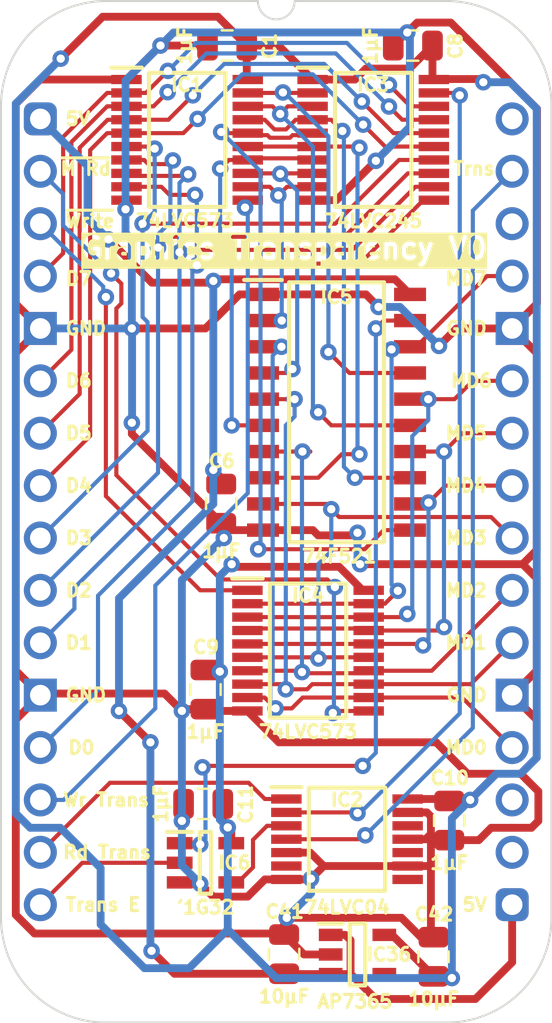
<source format=kicad_pcb>
(kicad_pcb (version 20240108) (generator "pcbnew") (generator_version "8.0")
  (title_block (title "W65C816 Breakout") (date "2024-06-18") (rev "V1"))
  (layers (0 "F.Cu" signal) (31 "B.Cu" signal) (34 "B.Paste" user) (35 "F.Paste" user) (36 "B.SilkS" user "B.Silkscreen") (37 "F.SilkS" user "F.Silkscreen") (38 "B.Mask" user) (39 "F.Mask" user) (44 "Edge.Cuts" user))
  (net 0 "")
  (net 1 "/T7")
  (net 2 "5V")
  (net 3 "GND")
  (net 4 "/3.3V")
  (net 5 "D4")
  (net 6 "/T6")
  (net 7 "/T3")
  (net 8 "/T4")
  (net 9 "/T0")
  (net 10 "/T1")
  (net 11 "D3")
  (net 13 "D0")
  (net 14 "D5")
  (net 15 "/T2")
  (net 16 "D2")
  (net 17 "D6")
  (net 18 "/T5")
  (net 19 "D7")
  (net 20 "Write Transparent Colour")
  (net 21 "D1")
  (net 26 "/~{Read Transparent Colour}")
  (net 27 "Read Transparent Colour")
  (net 29 "/~{Transparent}")
  (net 30 "MD0")
  (net 31 "MD1")
  (net 32 "MD7")
  (net 33 "MD4")
  (net 34 "~{Write}")
  (net 35 "Transparent")
  (net 36 "MD3")
  (net 37 "MD5")
  (net 38 "MD2")
  (net 39 "MD6")
  (net 40 "~{Main Read}")
  (net 41 "Net-(IC5-~{P=Q})")
  (net 42 "Transparency Enable")
  (footprint "SamacSys_Parts:C_0805" (layer "F.Cu") (at 105.41 111.76)
    (property "Reference" "C42")
    (property "Value" "10μF")
  )
  (footprint "SamacSys_Parts:SOP65P640X120-20N" (layer "F.Cu") (at 102.489 72.136)
    (property "Reference" "IC3")
    (property "Value" "74LVC245AT20" (hide yes))
  )
  (footprint "SamacSys_Parts:SOIC127P780X200-20N" (layer "F.Cu") (at 100.711 85.344)
    (property "Reference" "IC5")
    (property "Value" "SN74F521NSR" (hide yes))
  )
  (footprint "SamacSys_Parts:C_0805" (layer "F.Cu") (at 106.172 105.156)
    (property "Reference" "C10")
    (property "Value" "1μF")
  )
  (footprint "SamacSys_Parts:C_0805" (layer "F.Cu") (at 104.394 67.564 -90)
    (property "Reference" "C8")
    (property "Value" "1μF")
  )
  (footprint "SamacSys_Parts:SOP65P640X110-20N" (layer "F.Cu") (at 99.331 96.901)
    (property "Reference" "IC4")
    (property "Value" "74LVC573APW,118" (hide yes))
  )
  (footprint "SamacSys_Parts:SOT95P275X110-5N" (layer "F.Cu") (at 94.361 107.188)
    (property "Reference" "IC6")
    (property "Value" "74LVC1G32GV,125" (hide yes))
  )
  (footprint "SamacSys_Parts:C_0805" (layer "F.Cu") (at 94.361 98.806)
    (property "Reference" "C9")
    (property "Value" "1μF")
  )
  (footprint "SamacSys_Parts:SOP65P640X110-14N" (layer "F.Cu") (at 101.219 106.045)
    (property "Reference" "IC2")
    (property "Value" "74LVC04APW,118" (hide yes))
  )
  (footprint "SamacSys_Parts:SOP65P640X110-20N" (layer "F.Cu") (at 93.472 72.136)
    (property "Reference" "IC1")
    (property "Value" "74LVC573APW,118" (hide yes))
  )
  (footprint "SamacSys_Parts:DIP-32_Board_W22.86mm" (layer "F.Cu") (at 86.36 71.12)
    (property "Reference" "J7" (hide yes))
    (property "Value" "Conn_02x16_Counter_Clockwise" (hide yes))
    (fp_line (start -1.905 -0.635) (end -1.905 38.735) (stroke (width 0.1)) (layer "Edge.Cuts"))
    (fp_line (start 10.541 -5.715) (end 3.175 -5.715) (stroke (width 0.1)) (layer "Edge.Cuts"))
    (fp_line (start 19.685 -5.715) (end 12.319 -5.715) (stroke (width 0.1)) (layer "Edge.Cuts"))
    (fp_line (start 19.685 43.815) (end 3.175 43.815) (stroke (width 0.1)) (layer "Edge.Cuts"))
    (fp_line (start 24.765 38.735) (end 24.765 -0.635) (stroke (width 0.1)) (layer "Edge.Cuts"))
    (fp_arc (start -1.905 -0.635) (mid -0.417102 -4.227102) (end 3.175 -5.715) (stroke (width 0.1)) (layer "Edge.Cuts"))
    (fp_arc (start 3.175 43.815) (mid -0.417102 42.327102) (end -1.905 38.735) (stroke (width 0.1)) (layer "Edge.Cuts"))
    (fp_arc (start 12.319 -5.715) (mid 11.43 -4.826) (end 10.541 -5.715) (stroke (width 0.1)) (layer "Edge.Cuts"))
    (fp_arc (start 19.685 -5.715) (mid 23.277102 -4.227102) (end 24.765 -0.635) (stroke (width 0.1)) (layer "Edge.Cuts"))
    (fp_arc (start 24.765 38.735) (mid 23.277102 42.327102) (end 19.685 43.815) (stroke (width 0.1)) (layer "Edge.Cuts"))
  )
  (footprint "SamacSys_Parts:C_0805" (layer "F.Cu") (at 98.171 111.633)
    (property "Reference" "C41")
    (property "Value" "10μF")
  )
  (footprint "SamacSys_Parts:C_0805" (layer "F.Cu") (at 95.394 67.564 -90)
    (property "Reference" "C1")
    (property "Value" "1μF")
  )
  (footprint "SamacSys_Parts:C_0805" (layer "F.Cu") (at 94.234 104.333 -90)
    (property "Reference" "C11")
    (property "Value" "1μF")
  )
  (footprint "SamacSys_Parts:C_0805" (layer "F.Cu") (at 95.123 89.789)
    (property "Reference" "C6")
    (property "Value" "1μF")
  )
  (footprint "SamacSys_Parts:SOT95P285X130-5N" (layer "F.Cu") (at 101.727 111.633)
    (property "Reference" "IC36")
    (property "Value" "AP7365-33WG-7" (hide yes))
  )
  (gr_text "Wr Trans" (at 87.376 104.14 0) (layer "F.SilkS") (effects (font (size 0.635 0.635)) (justify left)))
  (gr_text "MD4" (at 108.077 88.9 0) (layer "F.SilkS") (effects (font (size 0.635 0.635)) (justify right)))
  (gr_text "MD1" (at 108.077 96.52 0) (layer "F.SilkS") (effects (font (size 0.635 0.635)) (justify right)))
  (gr_text "GND" (at 87.503 99.06 0) (layer "F.SilkS") (effects (font (size 0.635 0.635)) (justify left)))
  (gr_text "Trns" (at 108.458 73.533 0) (layer "F.SilkS") (effects (font (size 0.635 0.635)) (justify right)))
  (gr_text "D3" (at 87.503 91.44 0) (layer "F.SilkS") (effects (font (size 0.635 0.635)) (justify left)))
  (gr_text "5V" (at 108.077 109.22 0) (layer "F.SilkS") (effects (font (size 0.635 0.635)) (justify right)))
  (gr_text "MD5" (at 108.077 86.36 0) (layer "F.SilkS") (effects (font (size 0.635 0.635)) (justify right)))
  (gr_text "MD6" (at 108.331 83.82 0) (layer "F.SilkS") (effects (font (size 0.635 0.635)) (justify right)))
  (gr_text "~{M Rd}" (at 87.249 73.533 0) (layer "F.SilkS") (effects (font (size 0.635 0.635)) (justify left)))
  (gr_text "Rd Trans" (at 87.376 106.68 0) (layer "F.SilkS") (effects (font (size 0.635 0.635)) (justify left)))
  (gr_text "GND" (at 87.503 81.28 0) (layer "F.SilkS") (effects (font (size 0.635 0.635)) (justify left)))
  (gr_text "D7" (at 87.503 78.867 0) (layer "F.SilkS") (effects (font (size 0.635 0.635)) (justify left)))
  (gr_text "MD7" (at 108.077 78.867 0) (layer "F.SilkS") (effects (font (size 0.635 0.635)) (justify right)))
  (gr_text "D0" (at 87.63 101.6 0) (layer "F.SilkS") (effects (font (size 0.635 0.635)) (justify left)))
  (gr_text "MD3" (at 108.077 91.44 0) (layer "F.SilkS") (effects (font (size 0.635 0.635)) (justify right)))
  (gr_text "GND" (at 108.077 81.28 0) (layer "F.SilkS") (effects (font (size 0.635 0.635)) (justify right)))
  (gr_text "Trans E" (at 87.503 109.22 0) (layer "F.SilkS") (effects (font (size 0.635 0.635)) (justify left)))
  (gr_text "D6" (at 87.503 83.82 0) (layer "F.SilkS") (effects (font (size 0.635 0.635)) (justify left)))
  (gr_text "GND" (at 108.077 99.06 0) (layer "F.SilkS") (effects (font (size 0.635 0.635)) (justify right)))
  (gr_text "D1" (at 87.503 96.52 0) (layer "F.SilkS") (effects (font (size 0.635 0.635)) (justify left)))
  (gr_text "MD2" (at 108.077 93.98 0) (layer "F.SilkS") (effects (font (size 0.635 0.635)) (justify right)))
  (gr_text "D4" (at 87.503 88.9 0) (layer "F.SilkS") (effects (font (size 0.635 0.635)) (justify left)))
  (gr_text "MD0" (at 108.077 101.6 0) (layer "F.SilkS") (effects (font (size 0.635 0.635)) (justify right)))
  (gr_text "5V" (at 87.503 71.12 0) (layer "F.SilkS") (effects (font (size 0.635 0.635)) (justify left)))
  (gr_text "D2" (at 87.503 93.98 0) (layer "F.SilkS") (effects (font (size 0.635 0.635)) (justify left)))
  (gr_text "~{Write}" (at 87.503 76.073 0) (layer "F.SilkS") (effects (font (size 0.635 0.635)) (justify left)))
  (gr_text "Graphics Transparency V0" (at 98.171 77.978 0) (layer "F.SilkS" knockout) (effects (font (size 1 1) (thickness 0.2) (bold yes)) (justify bottom)))
  (gr_text "D5" (at 87.503 86.36 0) (layer "F.SilkS") (effects (font (size 0.635 0.635)) (justify left)))
  (segment (start 96.41 69.861) (end 98.08983 69.861) (width 0.2) (layer "F.Cu") (net 1))
  (segment (start 101.334 83.439) (end 100.318 82.423) (width 0.2) (layer "F.Cu") (net 1))
  (segment (start 99.551 69.861) (end 98.13583 69.861) (width 0.2) (layer "F.Cu") (net 1))
  (segment (start 104.273 83.439) (end 101.334 83.439) (width 0.2) (layer "F.Cu") (net 1))
  (segment (start 98.13583 69.861) (end 98.11283 69.838) (width 0.2) (layer "F.Cu") (net 1))
  (segment (start 98.08983 69.861) (end 98.11283 69.838) (width 0.2) (layer "F.Cu") (net 1))
  (via (at 98.11283 69.838) (size 0.8) (drill 0.4) (layers "F.Cu" "B.Cu") (net 1))
  (via (at 100.318 82.423) (size 0.8) (drill 0.4) (layers "F.Cu" "B.Cu") (net 1))
  (segment (start 100.318 82.423) (end 100.318 71.967766) (width 0.2) (layer "B.Cu") (net 1))
  (segment (start 98.188234 69.838) (end 98.11283 69.838) (width 0.2) (layer "B.Cu") (net 1))
  (segment (start 100.318 71.967766) (end 98.188234 69.838) (width 0.2) (layer "B.Cu") (net 1))
  (segment (start 103.540733 78.896733) (end 94.821855 78.896733) (width 0.38) (layer "F.Cu") (net 2))
  (segment (start 101.382 112.583) (end 100.427 112.583) (width 0.38) (layer "F.Cu") (net 2))
  (segment (start 101.392 110.943) (end 101.392 112.573) (width 0.38) (layer "F.Cu") (net 2))
  (segment (start 100.427 110.683) (end 101.132 110.683) (width 0.38) (layer "F.Cu") (net 2))
  (segment (start 102.611 113.792) (end 101.392 112.573) (width 0.38) (layer "F.Cu") (net 2))
  (segment (start 89.661999 76.962001) (end 91.759998 79.06) (width 0.38) (layer "F.Cu") (net 2))
  (segment (start 109.22 112.014) (end 107.442 113.792) (width 0.38) (layer "F.Cu") (net 2))
  (segment (start 100.427 112.583) (end 98.187 112.583) (width 0.38) (layer "F.Cu") (net 2))
  (segment (start 104.273 79.629) (end 103.540733 78.896733) (width 0.38) (layer "F.Cu") (net 2))
  (segment (start 90.17 99.822) (end 91.694 101.346) (width 0.38) (layer "F.Cu") (net 2))
  (segment (start 94.821855 78.896733) (end 94.742 78.976588) (width 0.38) (layer "F.Cu") (net 2))
  (segment (start 107.442 113.792) (end 102.611 113.792) (width 0.38) (layer "F.Cu") (net 2))
  (segment (start 109.22 109.22) (end 109.22 112.014) (width 0.38) (layer "F.Cu") (net 2))
  (segment (start 94.658588 79.06) (end 94.742 78.976588) (width 0.38) (layer "F.Cu") (net 2))
  (segment (start 92.859099 112.567) (end 91.749099 111.457) (width 0.38) (layer "F.Cu") (net 2))
  (segment (start 98.171 112.567) (end 92.859099 112.567) (width 0.38) (layer "F.Cu") (net 2))
  (segment (start 95.123 88.518996) (end 94.742004 88.138) (width 0.38) (layer "F.Cu") (net 2))
  (segment (start 91.759998 79.06) (end 94.658588 79.06) (width 0.38) (layer "F.Cu") (net 2))
  (segment (start 101.392 112.573) (end 101.382 112.583) (width 0.38) (layer "F.Cu") (net 2))
  (segment (start 101.132 110.683) (end 101.392 110.943) (width 0.38) (layer "F.Cu") (net 2))
  (via (at 91.749099 111.457) (size 0.8) (drill 0.4) (layers "F.Cu" "B.Cu") (net 2))
  (via (at 90.17 99.822) (size 0.8) (drill 0.4) (layers "F.Cu" "B.Cu") (net 2))
  (via (at 91.694 101.346) (size 0.8) (drill 0.4) (layers "F.Cu" "B.Cu") (net 2))
  (via (at 94.742 78.976588) (size 0.8) (drill 0.4) (layers "F.Cu" "B.Cu") (net 2))
  (via (at 94.742004 88.138) (size 0.8) (drill 0.4) (layers "F.Cu" "B.Cu") (net 2))
  (via (at 89.661999 76.962001) (size 0.8) (drill 0.4) (layers "F.Cu" "B.Cu") (net 2))
  (segment (start 94.742 78.976588) (end 94.742 88.137996) (width 0.38) (layer "B.Cu") (net 2))
  (segment (start 94.742004 89.788996) (end 94.742004 88.138) (width 0.38) (layer "B.Cu") (net 2))
  (segment (start 91.694 111.401901) (end 91.749099 111.457) (width 0.38) (layer "B.Cu") (net 2))
  (segment (start 94.742 88.137996) (end 94.742004 88.138) (width 0.38) (layer "B.Cu") (net 2))
  (segment (start 90.17 99.822) (end 90.17 94.361) (width 0.38) (layer "B.Cu") (net 2))
  (segment (start 90.17 94.361) (end 94.742004 89.788996) (width 0.38) (layer "B.Cu") (net 2))
  (segment (start 88.646 73.406) (end 88.646 75.946002) (width 0.38) (layer "B.Cu") (net 2))
  (segment (start 88.646 75.946002) (end 89.661999 76.962001) (width 0.38) (layer "B.Cu") (net 2))
  (segment (start 91.694 101.346) (end 91.694 111.401901) (width 0.38) (layer "B.Cu") (net 2))
  (segment (start 86.36 71.12) (end 88.646 73.406) (width 0.38) (layer "B.Cu") (net 2))
  (segment (start 85.17 100.25) (end 85.17 109.712915) (width 0.38) (layer "F.Cu") (net 3))
  (segment (start 104.157 104.745) (end 105.089976 104.745) (width 0.38) (layer "F.Cu") (net 3))
  (segment (start 95.459 91.059) (end 95.123 90.723) (width 0.38) (layer "F.Cu") (net 3))
  (segment (start 98.171 110.667) (end 98.171 109.982) (width 0.38) (layer "F.Cu") (net 3))
  (segment (start 105.41 110.794) (end 104.8 110.794) (width 0.38) (layer "F.Cu") (net 3))
  (segment (start 106.172 106.09) (end 107.604 106.09) (width 0.38) (layer "F.Cu") (net 3))
  (segment (start 96.404 108.828) (end 94.731 108.828) (width 0.38) (layer "F.Cu") (net 3))
  (segment (start 99.822 91.313) (end 101.6 91.313) (width 0.38) (layer "F.Cu") (net 3))
  (segment (start 101.6 91.313) (end 101.727 91.186) (width 0.38) (layer "F.Cu") (net 3))
  (segment (start 94.447 99.826) (end 96.393 99.826) (width 0.38) (layer "F.Cu") (net 3))
  (segment (start 105.2845 104.939524) (end 105.2845 105.7895) (width 0.38) (layer "F.Cu") (net 3))
  (segment (start 92.378032 98.982) (end 93.218016 99.821984) (width 0.38) (layer "F.Cu") (net 3))
  (segment (start 85.17 80.09) (end 86.36 81.28) (width 0.38) (layer "F.Cu") (net 3))
  (segment (start 110.41 92.028) (end 110.41 82.47) (width 0.38) (layer "F.Cu") (net 3))
  (segment (start 85.17 109.712915) (end 86.074085 110.617) (width 0.38) (layer "F.Cu") (net 3))
  (segment (start 109.22 81.28) (end 110.41 82.47) (width 0.38) (layer "F.Cu") (net 3))
  (segment (start 105.537 101.346) (end 97.913 101.346) (width 0.38) (layer "F.Cu") (net 3))
  (segment (start 110.49 105.156) (end 110.49 103.727085) (width 0.38) (layer "F.Cu") (net 3))
  (segment (start 98.281 107.995) (end 99.439495 107.995) (width 0.38) (layer "F.Cu") (net 3))
  (segment (start 90.534 69.211) (end 86.35177 69.211) (width 0.38) (layer "F.Cu") (net 3))
  (segment (start 97.913 101.346) (end 96.393 99.826) (width 0.38) (layer "F.Cu") (net 3))
  (segment (start 110.41 97.87) (end 109.22 99.06) (width 0.38) (layer "F.Cu") (net 3))
  (segment (start 104.61998 66.449) (end 104.139988 66.928992) (width 0.38) (layer "F.Cu") (net 3))
  (segment (start 96.012 79.629) (end 94.361 81.28) (width 0.38) (layer "F.Cu") (net 3))
  (segment (start 104.095008 66.928992) (end 104.139988 66.928992) (width 0.38) (layer "F.Cu") (net 3))
  (segment (start 90.793 86.393) (end 90.793 85.852) (width 0.38) (layer "F.Cu") (net 3))
  (segment (start 99.551 75.061) (end 100.707 75.061) (width 0.38) (layer "F.Cu") (net 3))
  (segment (start 110.156 105.49) (end 110.49 105.156) (width 0.38) (layer "F.Cu") (net 3))
  (segment (start 106.523831 81.28) (end 105.676 82.127831) (width 0.38) (layer "F.Cu") (net 3))
  (segment (start 94.361 99.74) (end 93.3 99.74) (width 0.38) (layer "F.Cu") (net 3))
  (segment (start 109.22 81.28) (end 110.425495 80.074505) (width 0.38) (layer "F.Cu") (net 3))
  (segment (start 110.41 97.87) (end 110.41 93.392) (width 0.38) (layer "F.Cu") (net 3))
  (segment (start 98.281 106.695) (end 99.439495 106.695) (width 0.38) (layer "F.Cu") (net 3))
  (segment (start 100.089495 107.345) (end 104.157 107.345) (width 0.38) (layer "F.Cu") (net 3))
  (segment (start 105.283 106.045) (end 106.127 106.045) (width 0.38) (layer "F.Cu") (net 3))
  (segment (start 95.123 90.723) (end 90.793 86.393) (width 0.38) (layer "F.Cu") (net 3))
  (segment (start 103.46 67.564) (end 104.095008 66.928992) (width 0.38) (layer "F.Cu") (net 3))
  (segment (start 85.17 82.47) (end 85.17 97.87) (width 0.38) (layer "F.Cu") (net 3))
  (segment (start 105.2845 110.6685) (end 105.2845 107.355) (width 0.38) (layer "F.Cu") (net 3))
  (segment (start 110.41 102.092915) (end 109.632915 102.87) (width 0.38) (layer "F.Cu") (net 3))
  (segment (start 104.157 107.345) (end 105.2745 107.345) (width 0.38) (layer "F.Cu") (net 3))
  (segment (start 99.568 91.059) (end 99.822 91.313) (width 0.38) (layer "F.Cu") (net 3))
  (segment (start 93.3 99.74) (end 93.218016 99.821984) (width 0.38) (layer "F.Cu") (net 3))
  (segment (start 100.427 111.633) (end 99.137 111.633) (width 0.38) (layer "F.Cu") (net 3))
  (segment (start 105.2845 107.335) (end 105.2845 106.0465) (width 0.38) (layer "F.Cu") (net 3))
  (segment (start 105.2845 106.0465) (end 105.283 106.045) (width 0.38) (layer "F.Cu") (net 3))
  (segment (start 110.41 100.25) (end 110.41 102.092915) (width 0.38) (layer "F.Cu") (net 3))
  (segment (start 95.123 91.313) (end 95.25 91.44) (width 0.38) (layer "F.Cu") (net 3))
  (segment (start 109.22 81.28) (end 106.523831 81.28) (width 0.38) (layer "F.Cu") (net 3))
  (segment (start 99.137 111.633) (end 98.171 110.667) (width 0.38) (layer "F.Cu") (net 3))
  (segment (start 94.107 108.204) (end 93.177 108.204) (width 0.38) (layer "F.Cu") (net 3))
  (segment (start 98.171 109.982) (end 98.298 109.855) (width 0.38) (layer "F.Cu") (net 3))
  (segment (start 86.074085 110.617) (end 98.121 110.617) (width 0.38) (layer "F.Cu") (net 3))
  (segment (start 96.699 79.629) (end 96.012 79.629) (width 0.38) (layer "F.Cu") (net 3))
  (segment (start 103.861 109.855) (end 98.298 109.855) (width 0.38) (layer "F.Cu") (net 3))
  (segment (start 101.854 92.71) (end 109.728 92.71) (width 0.38) (layer "F.Cu") (net 3))
  (segment (start 110.425495 80.074505) (end 110.425495 70.630678) (width 0.38) (layer "F.Cu") (net 3))
  (segment (start 109.728 92.71) (end 110.41 92.028) (width 0.38) (layer "F.Cu") (net 3))
  (segment (start 105.029 106.045) (end 105.283 106.045) (width 0.38) (layer "F.Cu") (net 3))
  (segment (start 100.089495 107.345) (end 99.474273 107.960222) (width 0.38) (layer "F.Cu") (net 3))
  (segment (start 94.731 108.828) (end 94.107 108.204) (width 0.38) (layer "F.Cu") (net 3))
  (segment (start 97.149 91.059) (end 95.459 91.059) (width 0.38) (layer "F.Cu") (net 3))
  (segment (start 107.061 102.87) (end 105.537 101.346) (width 0.38) (layer "F.Cu") (net 3))
  (segment (start 86.35177 69.211) (end 85.17 70.39277) (width 0.38) (layer "F.Cu") (net 3))
  (segment (start 85.17 97.87) (end 86.36 99.06) (width 0.38) (layer "F.Cu") (net 3))
  (segment (start 105.2845 107.355) (end 105.2745 107.345) (width 0.38) (layer "F.Cu") (net 3))
  (segment (start 105.2745 107.345) (end 105.2845 107.335) (width 0.38) (layer "F.Cu") (net 3))
  (segment (start 86.438 98.982) (end 92.378032 98.982) (width 0.38) (layer "F.Cu") (net 3))
  (segment (start 93.3 105.074) (end 93.218 105.156) (width 0.38) (layer "F.Cu") (net 3))
  (segment (start 109.632915 102.87) (end 107.061 102.87) (width 0.38) (layer "F.Cu") (net 3))
  (segment (start 107.604 106.09) (end 108.204 105.49) (width 0.38) (layer "F.Cu") (net 3))
  (segment (start 97.237 107.995) (end 96.404 108.828) (width 0.38) (layer "F.Cu") (net 3))
  (segment (start 109.22 99.06) (end 110.41 100.25) (width 0.38) (layer "F.Cu") (net 3))
  (segment (start 104.157 106.045) (end 105.029 106.045) (width 0.38) (layer "F.Cu") (net 3))
  (segment (start 94.361 81.28) (end 90.793 81.28) (width 0.38) (layer "F.Cu") (net 3))
  (segment (start 94.46 67.564) (end 92.181 67.564) (width 0.38) (layer "F.Cu") (net 3))
  (segment (start 90.534 75.061) (end 90.534 75.455) (width 0.38) (layer "F.Cu") (net 3))
  (segment (start 104.8 110.794) (end 103.861 109.855) (width 0.38) (layer "F.Cu") (net 3))
  (segment (start 108.204 105.49) (end 110.156 105.49) (width 0.38) (layer "F.Cu") (net 3))
  (segment (start 105.089976 104.745) (end 105.2845 104.939524) (width 0.38) (layer "F.Cu") (net 3))
  (segment (start 95.123 90.723) (end 95.123 91.313) (width 0.38) (layer "F.Cu") (net 3))
  (segment (start 105.2845 105.7895) (end 105.029 106.045) (width 0.38) (layer "F.Cu") (net 3))
  (segment (start 97.149 79.629) (end 102.137131 79.629) (width 0.38) (layer "F.Cu") (net 3))
  (segment (start 110.49 103.727085) (end 109.632915 102.87) (width 0.38) (layer "F.Cu") (net 3))
  (segment (start 110.425495 70.630678) (end 106.243817 66.449) (width 0.38) (layer "F.Cu") (net 3))
  (segment (start 85.17 70.39277) (end 85.17 80.09) (width 0.38) (layer "F.Cu") (net 3))
  (segment (start 98.281 107.995) (end 97.237 107.995) (width 0.38) (layer "F.Cu") (net 3))
  (segment (start 106.243817 66.449) (end 104.61998 66.449) (width 0.38) (layer "F.Cu") (net 3))
  (segment (start 92.181 67.564) (end 92.180998 67.564002) (width 0.38) (layer "F.Cu") (net 3))
  (segment (start 90.534 69.211) (end 92.180998 67.564002) (width 0.38) (layer "F.Cu") (net 3))
  (segment (start 102.137131 79.629) (end 102.746237 80.238106) (width 0.38) (layer "F.Cu") (net 3))
  (segment (start 99.439495 106.695) (end 100.089495 107.345) (width 0.38) (layer "F.Cu") (net 3))
  (segment (start 93.3 104.333) (end 93.3 105.074) (width 0.38) (layer "F.Cu") (net 3))
  (segment (start 110.41 93.392) (end 109.728 92.71) (width 0.38) (layer "F.Cu") (net 3))
  (segment (start 100.707 75.061) (end 102.616 73.152) (width 0.38) (layer "F.Cu") (net 3))
  (segment (start 86.36 99.06) (end 85.17 100.25) (width 0.38) (layer "F.Cu") (net 3))
  (segment (start 99.439495 107.995) (end 99.474273 107.960222) (width 0.38) (layer "F.Cu") (net 3))
  (segment (start 97.149 91.059) (end 99.568 91.059) (width 0.38) (layer "F.Cu") (net 3))
  (segment (start 86.36 81.28) (end 85.17 82.47) (width 0.38) (layer "F.Cu") (net 3))
  (segment (start 90.534 75.455) (end 90.4875 75.5015) (width 0.38) (layer "F.Cu") (net 3))
  (via (at 101.727 91.186) (size 0.8) (drill 0.4) (layers "F.Cu" "B.Cu") (net 3))
  (via (at 104.139988 66.928992) (size 0.8) (drill 0.4) (layers "F.Cu" "B.Cu") (net 3))
  (via (at 90.4875 75.5015) (size 0.8) (drill 0.4) (layers "F.Cu" "B.Cu") (net 3))
  (via (at 93.218 105.156) (size 0.8) (drill 0.4) (layers "F.Cu" "B.Cu") (net 3))
  (via (at 94.107 108.204) (size 0.8) (drill 0.4) (layers "F.Cu" "B.Cu") (net 3))
  (via (at 101.854 92.71) (size 0.8) (drill 0.4) (layers "F.Cu" "B.Cu") (net 3))
  (via (at 90.793 81.28) (size 0.8) (drill 0.4) (layers "F.Cu" "B.Cu") (net 3))
  (via (at 92.180998 67.564002) (size 0.8) (drill 0.4) (layers "F.Cu" "B.Cu") (net 3))
  (via (at 102.746237 80.238106) (size 0.8) (drill 0.4) (layers "F.Cu" "B.Cu") (net 3))
  (via (at 90.793 85.852) (size 0.8) (drill 0.4) (layers "F.Cu" "B.Cu") (net 3))
  (via (at 102.616 73.152) (size 0.8) (drill 0.4) (layers "F.Cu" "B.Cu") (net 3))
  (via (at 95.25 91.44) (size 0.8) (drill 0.4) (layers "F.Cu" "B.Cu") (net 3))
  (via (at 93.218016 99.821984) (size 0.8) (drill 0.4) (layers "F.Cu" "B.Cu") (net 3))
  (via (at 105.676 82.127831) (size 0.8) (drill 0.4) (layers "F.Cu" "B.Cu") (net 3))
  (via (at 98.298 109.855) (size 0.8) (drill 0.4) (layers "F.Cu" "B.Cu") (net 3))
  (via (at 99.474273 107.960222) (size 0.8) (drill 0.4) (layers "F.Cu" "B.Cu") (net 3))
  (segment (start 93.218 99.822) (end 93.218016 99.821984) (width 0.38) (layer "B.Cu") (net 3))
  (segment (start 99.474273 108.678727) (end 98.298 109.855) (width 0.38) (layer "B.Cu") (net 3))
  (segment (start 104.267 71.501) (end 104.267 67.056004) (width 0.38) (layer "B.Cu") (net 3))
  (segment (start 104.139985 66.928989) (end 104.139988 66.928992) (width 0.38) (layer "B.Cu") (net 3))
  (segment (start 90.4875 69.2575) (end 92.180998 67.564002) (width 0.38) (layer "B.Cu") (net 3))
  (segment (start 90.805 85.84) (end 90.793 85.852) (width 0.38) (layer "B.Cu") (net 3))
  (segment (start 92.180998 67.564002) (end 92.816011 66.928989) (width 0.38) (layer "B.Cu") (net 3))
  (segment (start 93.218 105.156) (end 93.218 99.822) (width 0.38) (layer "B.Cu") (net 3))
  (segment (start 102.746237 80.238106) (end 103.786275 80.238106) (width 0.38) (layer "B.Cu") (net 3))
  (segment (start 90.793 81.28) (end 90.793 76.962) (width 0.38) (layer "B.Cu") (net 3))
  (segment (start 95.25 91.44) (end 93.218016 93.471984) (width 0.38) (layer "B.Cu") (net 3))
  (segment (start 93.218016 93.471984) (end 93.218016 99.821984) (width 0.38) (layer "B.Cu") (net 3))
  (segment (start 93.218 107.315) (end 94.107 108.204) (width 0.38) (layer "B.Cu") (net 3))
  (segment (start 90.4875 75.5015) (end 90.4875 69.2575) (width 0.38) (layer "B.Cu") (net 3))
  (segment (start 93.218 105.156) (end 93.218 107.315) (width 0.38) (layer "B.Cu") (net 3))
  (segment (start 101.727 91.186) (end 101.727 92.583) (width 0.38) (layer "B.Cu") (net 3))
  (segment (start 99.474273 107.960222) (end 99.474273 108.678727) (width 0.38) (layer "B.Cu") (net 3))
  (segment (start 90.793 81.28) (end 90.805 81.292) (width 0.38) (layer "B.Cu") (net 3))
  (segment (start 86.36 81.28) (end 90.793 81.28) (width 0.38) (layer "B.Cu") (net 3))
  (segment (start 102.616 73.152) (end 104.267 71.501) (width 0.38) (layer "B.Cu") (net 3))
  (segment (start 92.816011 66.928989) (end 104.139985 66.928989) (width 0.38) (layer "B.Cu") (net 3))
  (segment (start 90.4875 76.6565) (end 90.793 76.962) (width 0.38) (layer "B.Cu") (net 3))
  (segment (start 90.805 81.292) (end 90.805 85.84) (width 0.38) (layer "B.Cu") (net 3))
  (segment (start 90.4875 75.5015) (end 90.4875 76.6565) (width 0.38) (layer "B.Cu") (net 3))
  (segment (start 103.786275 80.238106) (end 105.676 82.127831) (width 0.38) (layer "B.Cu") (net 3))
  (segment (start 104.267 67.056004) (end 104.139988 66.928992) (width 0.38) (layer "B.Cu") (net 3))
  (segment (start 101.727 92.583) (end 101.854 92.71) (width 0.38) (layer "B.Cu") (net 3))
  (segment (start 89.378554 66.167) (end 87.346554 68.199) (width 0.38) (layer "F.Cu") (net 4))
  (segment (start 106.217 112.694) (end 106.299 112.776) (width 0.38) (layer "F.Cu") (net 4))
  (segment (start 94.963 66.167) (end 89.378554 66.167) (width 0.38) (layer "F.Cu") (net 4))
  (segment (start 94.361 97.84) (end 94.978498 97.84) (width 0.38) (layer "F.Cu") (net 4))
  (segment (start 103.399 110.683) (end 105.41 112.694) (width 0.38) (layer "F.Cu") (net 4))
  (segment (start 95.2 105.233) (end 95.4405 105.4735) (width 0.38) (layer "F.Cu") (net 4))
  (segment (start 101.604 69.211) (end 102.136 68.679) (width 0.38) (layer "F.Cu") (net 4))
  (segment (start 96.36 67.564) (end 94.963 66.167) (width 0.38) (layer "F.Cu") (net 4))
  (segment (start 102.136 68.679) (end 104.245 68.679) (width 0.38) (layer "F.Cu") (net 4))
  (segment (start 106.077 104.095) (end 104.157 104.095) (width 0.38) (layer "F.Cu") (net 4))
  (segment (start 96.36 67.564) (end 96.36 69.161) (width 0.38) (layer "F.Cu") (net 4))
  (segment (start 100.838 92.837) (end 95.758 92.837) (width 0.38) (layer "F.Cu") (net 4))
  (segment (start 95.611 105.644) (end 95.611 106.238) (width 0.38) (layer "F.Cu") (net 4))
  (segment (start 105.427 69.211) (end 106.041 69.211) (width 0.38) (layer "F.Cu") (net 4))
  (segment (start 106.041 69.211) (end 106.065 69.187) (width 0.38) (layer "F.Cu") (net 4))
  (segment (start 107.668 69.187) (end 107.823 69.342) (width 0.38) (layer "F.Cu") (net 4))
  (segment (start 105.36 69.144) (end 105.427 69.211) (width 0.38) (layer "F.Cu") (net 4))
  (segment (start 99.551 69.211) (end 101.604 69.211) (width 0.38) (layer "F.Cu") (net 4))
  (segment (start 105.36 67.564) (end 105.36 69.144) (width 0.38) (layer "F.Cu") (net 4))
  (segment (start 106.065 69.187) (end 107.668 69.187) (width 0.38) (layer "F.Cu") (net 4))
  (segment (start 96.36 67.564) (end 97.904 67.564) (width 0.38) (layer "F.Cu") (net 4))
  (segment (start 95.4405 105.4735) (end 95.611 105.644) (width 0.38) (layer "F.Cu") (net 4))
  (segment (start 95.758 92.837) (end 95.631 92.71) (width 0.38) (layer "F.Cu") (net 4))
  (segment (start 97.904 67.564) (end 99.551 69.211) (width 0.38) (layer "F.Cu") (net 4))
  (segment (start 95.2 104.333) (end 95.2 105.233) (width 0.38) (layer "F.Cu") (net 4))
  (segment (start 104.245 68.679) (end 105.36 67.564) (width 0.38) (layer "F.Cu") (net 4))
  (segment (start 105.41 112.694) (end 106.217 112.694) (width 0.38) (layer "F.Cu") (net 4))
  (segment (start 101.977 93.976) (end 100.838 92.837) (width 0.38) (layer "F.Cu") (net 4))
  (segment (start 96.36 69.161) (end 96.41 69.211) (width 0.38) (layer "F.Cu") (net 4))
  (segment (start 107.188 104.14) (end 106.222 104.14) (width 0.38) (layer "F.Cu") (net 4))
  (segment (start 94.978498 97.84) (end 95.055498 97.917) (width 0.38) (layer "F.Cu") (net 4))
  (via (at 95.055498 97.917) (size 0.8) (drill 0.4) (layers "F.Cu" "B.Cu") (net 4))
  (via (at 95.4405 105.4735) (size 0.8) (drill 0.4) (layers "F.Cu" "B.Cu") (net 4))
  (via (at 107.823 69.342) (size 0.8) (drill 0.4) (layers "F.Cu" "B.Cu") (net 4))
  (via (at 106.299 112.776) (size 0.8) (drill 0.4) (layers "F.Cu" "B.Cu") (net 4))
  (via (at 87.346554 68.199) (size 0.8) (drill 0.4) (layers "F.Cu" "B.Cu") (net 4))
  (via (at 107.188 104.14) (size 0.8) (drill 0.4) (layers "F.Cu" "B.Cu") (net 4))
  (via (at 95.631 92.71) (size 0.8) (drill 0.4) (layers "F.Cu" "B.Cu") (net 4))
  (segment (start 89.281 107.442) (end 87.329 105.49) (width 0.38) (layer "B.Cu") (net 4))
  (segment (start 109.124915 69.342) (end 110.41 70.627085) (width 0.38) (layer "B.Cu") (net 4))
  (segment (start 85.867085 105.49) (end 85.17 104.792915) (width 0.38) (layer "B.Cu") (net 4))
  (segment (start 107.823 69.342) (end 109.124915 69.342) (width 0.38) (layer "B.Cu") (net 4))
  (segment (start 91.401159 112.297) (end 89.281 110.176841) (width 0.38) (layer "B.Cu") (net 4))
  (segment (start 87.329 105.49) (end 85.867085 105.49) (width 0.38) (layer "B.Cu") (net 4))
  (segment (start 89.281 110.176841) (end 89.281 107.442) (width 0.38) (layer "B.Cu") (net 4))
  (segment (start 93.57 112.297) (end 91.401159 112.297) (width 0.38) (layer "B.Cu") (net 4))
  (segment (start 95.055498 97.917) (end 95.055498 105.088498) (width 0.38) (layer "B.Cu") (net 4))
  (segment (start 106.299 112.776) (end 106.299 105.029) (width 0.38) (layer "B.Cu") (net 4))
  (segment (start 95.4405 110.4265) (end 93.57 112.297) (width 0.38) (layer "B.Cu") (net 4))
  (segment (start 95.4405 110.4265) (end 95.4405 105.4735) (width 0.38) (layer "B.Cu") (net 4))
  (segment (start 95.055498 97.917) (end 95.055498 93.285502) (width 0.38) (layer "B.Cu") (net 4))
  (segment (start 85.17 70.375554) (end 87.346554 68.199) (width 0.38) (layer "B.Cu") (net 4))
  (segment (start 109.632915 102.87) (end 108.458 102.87) (width 0.38) (layer "B.Cu") (net 4))
  (segment (start 85.17 104.792915) (end 85.17 70.375554) (width 0.38) (layer "B.Cu") (net 4))
  (segment (start 110.41 70.627085) (end 110.41 102.092915) (width 0.38) (layer "B.Cu") (net 4))
  (segment (start 97.79 112.776) (end 95.4405 110.4265) (width 0.38) (layer "B.Cu") (net 4))
  (segment (start 95.055498 105.088498) (end 95.4405 105.4735) (width 0.38) (layer "B.Cu") (net 4))
  (segment (start 108.458 102.87) (end 107.188 104.14) (width 0.38) (layer "B.Cu") (net 4))
  (segment (start 106.299 105.029) (end 107.188 104.14) (width 0.38) (layer "B.Cu") (net 4))
  (segment (start 95.055498 93.285502) (end 95.631 92.71) (width 0.38) (layer "B.Cu") (net 4))
  (segment (start 106.299 112.776) (end 97.79 112.776) (width 0.38) (layer "B.Cu") (net 4))
  (segment (start 110.41 102.092915) (end 109.632915 102.87) (width 0.38) (layer "B.Cu") (net 4))
  (segment (start 93.289004 71.811) (end 93.980004 71.12) (width 0.2) (layer "F.Cu") (net 5))
  (segment (start 105.427 72.461) (end 103.063207 72.461) (width 0.2) (layer "F.Cu") (net 5))
  (segment (start 90.534 71.811) (end 93.289004 71.811) (width 0.2) (layer "F.Cu") (net 5))
  (segment (start 88.773 72.6345) (end 88.773 86.487) (width 0.2) (layer "F.Cu") (net 5))
  (segment (start 90.534 71.811) (end 89.5965 71.811) (width 0.2) (layer "F.Cu") (net 5))
  (segment (start 88.773 86.487) (end 86.36 88.9) (width 0.2) (layer "F.Cu") (net 5))
  (segment (start 89.5965 71.811) (end 88.773 72.6345) (width 0.2) (layer "F.Cu") (net 5))
  (segment (start 103.063207 72.461) (end 102.000348 71.398141) (width 0.2) (layer "F.Cu") (net 5))
  (via (at 102.000348 71.398141) (size 0.8) (drill 0.4) (layers "F.Cu" "B.Cu") (net 5))
  (via (at 93.980004 71.12) (size 0.8) (drill 0.4) (layers "F.Cu" "B.Cu") (net 5))
  (segment (start 99.563207 68.961) (end 96.139004 68.961) (width 0.2) (layer "B.Cu") (net 5))
  (segment (start 96.139004 68.961) (end 93.980004 71.12) (width 0.2) (layer "B.Cu") (net 5))
  (segment (start 102.000348 71.398141) (end 99.563207 68.961) (width 0.2) (layer "B.Cu") (net 5))
  (segment (start 99.551 70.511) (end 98.350648 70.511) (width 0.2) (layer "F.Cu") (net 6))
  (segment (start 100.457 85.979) (end 99.822 85.344) (width 0.2) (layer "F.Cu") (net 6))
  (segment (start 97.613048 70.511) (end 97.981848 70.8798) (width 0.2) (layer "F.Cu") (net 6))
  (segment (start 96.41 70.511) (end 97.613048 70.511) (width 0.2) (layer "F.Cu") (net 6))
  (segment (start 104.273 85.979) (end 100.457 85.979) (width 0.2) (layer "F.Cu") (net 6))
  (segment (start 98.350648 70.511) (end 97.981848 70.8798) (width 0.2) (layer "F.Cu") (net 6))
  (via (at 97.981848 70.8798) (size 0.8) (drill 0.4) (layers "F.Cu" "B.Cu") (net 6))
  (via (at 99.822 85.344) (size 0.8) (drill 0.4) (layers "F.Cu" "B.Cu") (net 6))
  (segment (start 99.568 72.465952) (end 97.981848 70.8798) (width 0.2) (layer "B.Cu") (net 6))
  (segment (start 99.822 85.344) (end 99.568 85.09) (width 0.2) (layer "B.Cu") (net 6))
  (segment (start 99.568 85.09) (end 99.568 72.465952) (width 0.2) (layer "B.Cu") (net 6))
  (segment (start 99.551 72.461) (end 101.762 72.461) (width 0.2) (layer "F.Cu") (net 7))
  (segment (start 101.762 72.461) (end 101.818 72.517) (width 0.2) (layer "F.Cu") (net 7))
  (segment (start 99.551 72.461) (end 96.41 72.461) (width 0.2) (layer "F.Cu") (net 7))
  (segment (start 99.822 88.519) (end 100.965 87.376) (width 0.2) (layer "F.Cu") (net 7))
  (segment (start 100.965 87.376) (end 101.818 87.376) (width 0.2) (layer "F.Cu") (net 7))
  (segment (start 97.149 88.519) (end 99.822 88.519) (width 0.2) (layer "F.Cu") (net 7))
  (via (at 101.818 72.517) (size 0.8) (drill 0.4) (layers "F.Cu" "B.Cu") (net 7))
  (via (at 101.818 87.376) (size 0.8) (drill 0.4) (layers "F.Cu" "B.Cu") (net 7))
  (segment (start 101.818 72.517) (end 101.727 72.608) (width 0.2) (layer "B.Cu") (net 7))
  (segment (start 101.727 72.608) (end 101.727 87.285) (width 0.2) (layer "B.Cu") (net 7))
  (segment (start 101.727 87.285) (end 101.818 87.376) (width 0.2) (layer "B.Cu") (net 7))
  (segment (start 98.580372 71.907623) (end 98.454364 72.033631) (width 0.2) (layer "F.Cu") (net 8))
  (segment (start 99.454377 71.907623) (end 98.580372 71.907623) (width 0.2) (layer "F.Cu") (net 8))
  (segment (start 97.489177 72.033631) (end 97.36317 71.907623) (width 0.2) (layer "F.Cu") (net 8))
  (segment (start 98.454364 72.033631) (end 97.489177 72.033631) (width 0.2) (layer "F.Cu") (net 8))
  (segment (start 96.915835 91.984002) (end 102.071998 91.984002) (width 0.2) (layer "F.Cu") (net 8))
  (segment (start 97.36317 71.907623) (end 96.506623 71.907623) (width 0.2) (layer "F.Cu") (net 8))
  (segment (start 102.071998 91.984002) (end 102.997 91.059) (width 0.2) (layer "F.Cu") (net 8))
  (segment (start 96.41 71.811) (end 95.179 71.811) (width 0.2) (layer "F.Cu") (net 8))
  (segment (start 95.179 71.811) (end 95.123 71.755) (width 0.2) (layer "F.Cu") (net 8))
  (segment (start 102.997 91.059) (end 104.273 91.059) (width 0.2) (layer "F.Cu") (net 8))
  (via (at 95.123 71.755) (size 0.8) (drill 0.4) (layers "F.Cu" "B.Cu") (net 8))
  (via (at 96.915835 91.984002) (size 0.8) (drill 0.4) (layers "F.Cu" "B.Cu") (net 8))
  (segment (start 97.028 91.871837) (end 97.028 73.66) (width 0.2) (layer "B.Cu") (net 8))
  (segment (start 97.028 73.66) (end 95.123 71.755) (width 0.2) (layer "B.Cu") (net 8))
  (segment (start 96.915835 91.984002) (end 97.028 91.871837) (width 0.2) (layer "B.Cu") (net 8))
  (segment (start 97.474498 74.411) (end 97.891749 74.828251) (width 0.2) (layer "F.Cu") (net 9))
  (segment (start 97.149 80.899) (end 98.056 80.899) (width 0.2) (layer "F.Cu") (net 9))
  (segment (start 98.309 74.411) (end 97.891749 74.828251) (width 0.2) (layer "F.Cu") (net 9))
  (segment (start 96.41 74.411) (end 97.474498 74.411) (width 0.2) (layer "F.Cu") (net 9))
  (segment (start 99.551 74.411) (end 98.309 74.411) (width 0.2) (layer "F.Cu") (net 9))
  (via (at 97.891749 74.828251) (size 0.8) (drill 0.4) (layers "F.Cu" "B.Cu") (net 9))
  (via (at 98.056 80.899) (size 0.8) (drill 0.4) (layers "F.Cu" "B.Cu") (net 9))
  (segment (start 98.056 74.992502) (end 97.891749 74.828251) (width 0.2) (layer "B.Cu") (net 9))
  (segment (start 98.056 80.899) (end 98.056 74.992502) (width 0.2) (layer "B.Cu") (net 9))
  (segment (start 97.149 83.439) (end 98.386178 83.439) (width 0.2) (layer "F.Cu") (net 10))
  (segment (start 97.963087 73.761) (end 97.984434 73.782347) (width 0.2) (layer "F.Cu") (net 10))
  (segment (start 96.41 73.761) (end 97.963087 73.761) (width 0.2) (layer "F.Cu") (net 10))
  (segment (start 98.386178 83.439) (end 98.576 83.249178) (width 0.2) (layer "F.Cu") (net 10))
  (segment (start 99.551 73.761) (end 98.005781 73.761) (width 0.2) (layer "F.Cu") (net 10))
  (segment (start 98.005781 73.761) (end 97.984434 73.782347) (width 0.2) (layer "F.Cu") (net 10))
  (via (at 97.984434 73.782347) (size 0.8) (drill 0.4) (layers "F.Cu" "B.Cu") (net 10))
  (via (at 98.576 83.249178) (size 0.8) (drill 0.4) (layers "F.Cu" "B.Cu") (net 10))
  (segment (start 98.806 74.603913) (end 97.984434 73.782347) (width 0.2) (layer "B.Cu") (net 10))
  (segment (start 98.576 83.249178) (end 98.806 83.019178) (width 0.2) (layer "B.Cu") (net 10))
  (segment (start 98.806 83.019178) (end 98.806 74.603913) (width 0.2) (layer "B.Cu") (net 10))
  (segment (start 103.7365 73.111) (end 100.6475 76.2) (width 0.2) (layer "F.Cu") (net 11))
  (segment (start 90.534 72.461) (end 91.799276 72.461) (width 0.2) (layer "F.Cu") (net 11))
  (segment (start 100.6475 76.2) (end 91.313 76.2) (width 0.2) (layer "F.Cu") (net 11))
  (segment (start 91.799276 72.461) (end 91.899276 72.561) (width 0.2) (layer "F.Cu") (net 11))
  (segment (start 105.427 73.111) (end 103.7365 73.111) (width 0.2) (layer "F.Cu") (net 11))
  (via (at 91.313 76.2) (size 0.8) (drill 0.4) (layers "F.Cu" "B.Cu") (net 11))
  (via (at 91.899276 72.561) (size 0.8) (drill 0.4) (layers "F.Cu" "B.Cu") (net 11))
  (segment (start 91.555 80.969339) (end 91.313 80.727339) (width 0.2) (layer "B.Cu") (net 11))
  (segment (start 91.899276 75.613724) (end 91.313 76.2) (width 0.2) (layer "B.Cu") (net 11))
  (segment (start 91.899276 72.561) (end 91.899276 75.613724) (width 0.2) (layer "B.Cu") (net 11))
  (segment (start 91.313 80.727339) (end 91.313 76.2) (width 0.2) (layer "B.Cu") (net 11))
  (segment (start 86.36 91.44) (end 91.555 86.245) (width 0.2) (layer "B.Cu") (net 11))
  (segment (start 91.555 86.245) (end 91.555 80.969339) (width 0.2) (layer "B.Cu") (net 11))
  (segment (start 90.534 74.411) (end 92.224352 74.411) (width 0.2) (layer "F.Cu") (net 13))
  (segment (start 101.838912 78.136588) (end 94.026091 78.136588) (width 0.2) (layer "F.Cu") (net 13))
  (segment (start 92.616352 74.803) (end 93.853 74.803) (width 0.2) (layer "F.Cu") (net 13))
  (segment (start 104.9145 75.061) (end 101.838912 78.136588) (width 0.2) (layer "F.Cu") (net 13))
  (segment (start 92.224352 74.411) (end 92.616352 74.803) (width 0.2) (layer "F.Cu") (net 13))
  (segment (start 94.026091 78.136588) (end 93.942679 78.22) (width 0.2) (layer "F.Cu") (net 13))
  (via (at 93.942679 78.22) (size 0.8) (drill 0.4) (layers "F.Cu" "B.Cu") (net 13))
  (via (at 93.853 74.803) (size 0.8) (drill 0.4) (layers "F.Cu" "B.Cu") (net 13))
  (segment (start 89.154 94.234) (end 93.726 89.662) (width 0.2) (layer "B.Cu") (net 13))
  (segment (start 93.942679 74.892679) (end 93.942679 78.22) (width 0.2) (layer "B.Cu") (net 13))
  (segment (start 93.853 74.803) (end 93.942679 74.892679) (width 0.2) (layer "B.Cu") (net 13))
  (segment (start 93.726 78.436679) (end 93.942679 78.22) (width 0.2) (layer "B.Cu") (net 13))
  (segment (start 93.726 89.662) (end 93.726 78.436679) (width 0.2) (layer "B.Cu") (net 13))
  (segment (start 86.36 101.6) (end 89.154 98.806) (width 0.2) (layer "B.Cu") (net 13))
  (segment (start 89.154 98.806) (end 89.154 94.234) (width 0.2) (layer "B.Cu") (net 13))
  (segment (start 105.427 71.811) (end 103.473868 71.811) (width 0.2) (layer "F.Cu") (net 14))
  (segment (start 89.6215 71.161) (end 88.265 72.5175) (width 0.2) (layer "F.Cu") (net 14))
  (segment (start 90.534 71.161) (end 92.56433 71.161) (width 0.2) (layer "F.Cu") (net 14))
  (segment (start 88.265 84.455) (end 86.36 86.36) (width 0.2) (layer "F.Cu") (net 14))
  (segment (start 90.534 71.161) (end 89.6215 71.161) (width 0.2) (layer "F.Cu") (net 14))
  (segment (start 88.265 72.5175) (end 88.265 84.455) (width 0.2) (layer "F.Cu") (net 14))
  (segment (start 92.56433 71.161) (end 93.74833 69.977) (width 0.2) (layer "F.Cu") (net 14))
  (segment (start 103.473868 71.811) (end 101.937701 70.274833) (width 0.2) (layer "F.Cu") (net 14))
  (via (at 101.937701 70.274833) (size 0.8) (drill 0.4) (layers "F.Cu" "B.Cu") (net 14))
  (via (at 93.74833 69.977) (size 0.8) (drill 0.4) (layers "F.Cu" "B.Cu") (net 14))
  (segment (start 100.115868 68.453) (end 95.27233 68.453) (width 0.2) (layer "B.Cu") (net 14))
  (segment (start 95.27233 68.453) (end 93.74833 69.977) (width 0.2) (layer "B.Cu") (net 14))
  (segment (start 101.937701 70.274833) (end 100.115868 68.453) (width 0.2) (layer "B.Cu") (net 14))
  (segment (start 97.149 85.979) (end 96.012 85.979) (width 0.2) (layer "F.Cu") (net 15))
  (segment (start 99.472347 73.032347) (end 96.488653 73.032347) (width 0.2) (layer "F.Cu") (net 15))
  (segment (start 95.072513 73.53175) (end 95.493263 73.111) (width 0.2) (layer "F.Cu") (net 15))
  (segment (start 95.493263 73.111) (end 96.41 73.111) (width 0.2) (layer "F.Cu") (net 15))
  (segment (start 96.012 85.979) (end 95.631 85.979) (width 0.2) (layer "F.Cu") (net 15))
  (via (at 95.631 85.979) (size 0.8) (drill 0.4) (layers "F.Cu" "B.Cu") (net 15))
  (via (at 95.072513 73.53175) (size 0.8) (drill 0.4) (layers "F.Cu" "B.Cu") (net 15))
  (segment (start 95.072513 76.657513) (end 95.631 77.216) (width 0.2) (layer "B.Cu") (net 15))
  (segment (start 95.072513 73.53175) (end 95.072513 76.657513) (width 0.2) (layer "B.Cu") (net 15))
  (segment (start 95.631 77.216) (end 95.631 85.979) (width 0.2) (layer "B.Cu") (net 15))
  (segment (start 105.427 73.761) (end 104.166 73.761) (width 0.2) (layer "F.Cu") (net 16))
  (segment (start 104.166 73.761) (end 101.092 76.835) (width 0.2) (layer "F.Cu") (net 16))
  (segment (start 101.092 76.835) (end 92.584527 76.835) (width 0.2) (layer "F.Cu") (net 16))
  (segment (start 92.602164 73.311) (end 92.779122 73.134042) (width 0.2) (layer "F.Cu") (net 16))
  (segment (start 90.534 73.111) (end 91.388615 73.111) (width 0.2) (layer "F.Cu") (net 16))
  (segment (start 91.588615 73.311) (end 92.602164 73.311) (width 0.2) (layer "F.Cu") (net 16))
  (segment (start 91.388615 73.111) (end 91.588615 73.311) (width 0.2) (layer "F.Cu") (net 16))
  (segment (start 92.584527 76.835) (end 92.063 77.356527) (width 0.2) (layer "F.Cu") (net 16))
  (via (at 92.063 77.356527) (size 0.8) (drill 0.4) (layers "F.Cu" "B.Cu") (net 16))
  (via (at 92.779122 73.134042) (size 0.8) (drill 0.4) (layers "F.Cu" "B.Cu") (net 16))
  (segment (start 92.063 77.356527) (end 92.063 76.72) (width 0.2) (layer "B.Cu") (net 16))
  (segment (start 86.36 93.98) (end 92.063 88.277) (width 0.2) (layer "B.Cu") (net 16))
  (segment (start 92.660647 73.252517) (end 92.779122 73.134042) (width 0.2) (layer "B.Cu") (net 16))
  (segment (start 92.063 88.277) (end 92.063 77.356527) (width 0.2) (layer "B.Cu") (net 16))
  (segment (start 92.660647 76.122353) (end 92.660647 73.252517) (width 0.2) (layer "B.Cu") (net 16))
  (segment (start 92.063 76.72) (end 92.660647 76.122353) (width 0.2) (layer "B.Cu") (net 16))
  (segment (start 90.534 70.511) (end 89.5965 70.511) (width 0.2) (layer "F.Cu") (net 17))
  (segment (start 87.865 72.2425) (end 87.865 82.315) (width 0.2) (layer "F.Cu") (net 17))
  (segment (start 105.427 71.161) (end 103.892997 71.161) (width 0.2) (layer "F.Cu") (net 17))
  (segment (start 103.892997 71.161) (end 103.251 70.519003) (width 0.2) (layer "F.Cu") (net 17))
  (segment (start 87.865 82.315) (end 86.36 83.82) (width 0.2) (layer "F.Cu") (net 17))
  (segment (start 91.839661 70.511) (end 92.527265 69.823396) (width 0.2) (layer "F.Cu") (net 17))
  (segment (start 90.534 70.511) (end 91.839661 70.511) (width 0.2) (layer "F.Cu") (net 17))
  (segment (start 89.5965 70.511) (end 87.865 72.2425) (width 0.2) (layer "F.Cu") (net 17))
  (via (at 103.251 70.519003) (size 0.8) (drill 0.4) (layers "F.Cu" "B.Cu") (net 17))
  (via (at 92.527265 69.823396) (size 0.8) (drill 0.4) (layers "F.Cu" "B.Cu") (net 17))
  (segment (start 92.527265 69.823396) (end 94.405661 67.945) (width 0.2) (layer "B.Cu") (net 17))
  (segment (start 94.405661 67.945) (end 100.676997 67.945) (width 0.2) (layer "B.Cu") (net 17))
  (segment (start 100.676997 67.945) (end 103.251 70.519003) (width 0.2) (layer "B.Cu") (net 17))
  (segment (start 100.451819 71.161) (end 100.996347 71.705528) (width 0.2) (layer "F.Cu") (net 18))
  (segment (start 98.263048 71.6298) (end 98.731848 71.161) (width 0.2) (layer "F.Cu") (net 18))
  (segment (start 97.700648 71.6298) (end 98.263048 71.6298) (width 0.2) (layer "F.Cu") (net 18))
  (segment (start 99.551 71.161) (end 100.451819 71.161) (width 0.2) (layer "F.Cu") (net 18))
  (segment (start 104.273 88.519) (end 101.6 88.519) (width 0.2) (layer "F.Cu") (net 18))
  (segment (start 97.231848 71.161) (end 97.700648 71.6298) (width 0.2) (layer "F.Cu") (net 18))
  (segment (start 96.41 71.161) (end 97.231848 71.161) (width 0.2) (layer "F.Cu") (net 18))
  (segment (start 98.731848 71.161) (end 99.551 71.161) (width 0.2) (layer "F.Cu") (net 18))
  (via (at 100.996347 71.705528) (size 0.8) (drill 0.4) (layers "F.Cu" "B.Cu") (net 18))
  (via (at 101.6 88.519) (size 0.8) (drill 0.4) (layers "F.Cu" "B.Cu") (net 18))
  (segment (start 100.996347 71.705528) (end 101.068 71.777181) (width 0.2) (layer "B.Cu") (net 18))
  (segment (start 101.068 87.987) (end 101.6 88.519) (width 0.2) (layer "B.Cu") (net 18))
  (segment (start 101.068 71.777181) (end 101.068 87.987) (width 0.2) (layer "B.Cu") (net 18))
  (segment (start 87.465 77.635) (end 87.465 71.9925) (width 0.2) (layer "F.Cu") (net 19))
  (segment (start 86.36 78.74) (end 87.465 77.635) (width 0.2) (layer "F.Cu") (net 19))
  (segment (start 87.465 71.9925) (end 89.5965 69.861) (width 0.2) (layer "F.Cu") (net 19))
  (segment (start 90.534 69.861) (end 91.4715 69.861) (width 0.2) (layer "F.Cu") (net 19))
  (segment (start 105.427 70.511) (end 104.293 70.511) (width 0.2) (layer "F.Cu") (net 19))
  (segment (start 91.4715 69.861) (end 92.54075 68.79175) (width 0.2) (layer "F.Cu") (net 19))
  (segment (start 104.293 70.511) (end 103.251 69.469) (width 0.2) (layer "F.Cu") (net 19))
  (segment (start 89.5965 69.861) (end 90.534 69.861) (width 0.2) (layer "F.Cu") (net 19))
  (via (at 92.54075 68.79175) (size 0.8) (drill 0.4) (layers "F.Cu" "B.Cu") (net 19))
  (via (at 103.251 69.469) (size 0.8) (drill 0.4) (layers "F.Cu" "B.Cu") (net 19))
  (segment (start 101.219 67.437) (end 93.8955 67.437) (width 0.2) (layer "B.Cu") (net 19))
  (segment (start 93.8955 67.437) (end 92.54075 68.79175) (width 0.2) (layer "B.Cu") (net 19))
  (segment (start 103.251 69.469) (end 101.219 67.437) (width 0.2) (layer "B.Cu") (net 19))
  (segment (start 96.41 75.061) (end 96.41 75.288996) (width 0.2) (layer "F.Cu") (net 20))
  (segment (start 96.41 75.288996) (end 96.278 75.420996) (width 0.2) (layer "F.Cu") (net 20))
  (via (at 96.278 75.420996) (size 0.8) (drill 0.4) (layers "F.Cu" "B.Cu") (net 20))
  (segment (start 96.41 89.264) (end 96.41 75.552996) (width 0.2) (layer "B.Cu") (net 20))
  (segment (start 86.36 104.14) (end 87.49137 104.14) (width 0.2) (layer "B.Cu") (net 20))
  (segment (start 87.49137 104.14) (end 91.93 99.70137) (width 0.2) (layer "B.Cu") (net 20))
  (segment (start 96.41 75.552996) (end 96.278 75.420996) (width 0.2) (layer "B.Cu") (net 20))
  (segment (start 91.93 99.70137) (end 91.93 93.744) (width 0.2) (layer "B.Cu") (net 20))
  (segment (start 91.93 93.744) (end 96.41 89.264) (width 0.2) (layer "B.Cu") (net 20))
  (segment (start 93.443798 73.884042) (end 93.52096 73.80688) (width 0.2) (layer "F.Cu") (net 21))
  (segment (start 101.473 77.47) (end 93.217116 77.47) (width 0.2) (layer "F.Cu") (net 21))
  (segment (start 104.532 74.411) (end 101.473 77.47) (width 0.2) (layer "F.Cu") (net 21))
  (segment (start 105.427 74.411) (end 104.532 74.411) (width 0.2) (layer "F.Cu") (net 21))
  (segment (start 93.217116 77.47) (end 93.102116 77.585) (width 0.2) (layer "F.Cu") (net 21))
  (segment (start 90.657042 73.884042) (end 93.443798 73.884042) (width 0.2) (layer "F.Cu") (net 21))
  (via (at 93.102116 77.585) (size 0.8) (drill 0.4) (layers "F.Cu" "B.Cu") (net 21))
  (via (at 93.52096 73.80688) (size 0.8) (drill 0.4) (layers "F.Cu" "B.Cu") (net 21))
  (segment (start 93.102116 74.225724) (end 93.102116 77.585) (width 0.2) (layer "B.Cu") (net 21))
  (segment (start 93.102116 88.761884) (end 93.102116 77.585) (width 0.2) (layer "B.Cu") (net 21))
  (segment (start 88.011 94.869) (end 88.011 93.853) (width 0.2) (layer "B.Cu") (net 21))
  (segment (start 86.36 96.52) (end 88.011 94.869) (width 0.2) (layer "B.Cu") (net 21))
  (segment (start 88.011 93.853) (end 93.102116 88.761884) (width 0.2) (layer "B.Cu") (net 21))
  (segment (start 93.52096 73.80688) (end 93.102116 74.225724) (width 0.2) (layer "B.Cu") (net 21))
  (segment (start 98.281 104.745) (end 101.697 104.745) (width 0.2) (layer "F.Cu") (net 26))
  (segment (start 105.427 69.861) (end 106.564 69.861) (width 0.2) (layer "F.Cu") (net 26))
  (segment (start 106.564 69.861) (end 106.68 69.977) (width 0.2) (layer "F.Cu") (net 26))
  (segment (start 101.697 104.745) (end 101.727 104.775) (width 0.2) (layer "F.Cu") (net 26))
  (via (at 106.68 69.977) (size 0.8) (drill 0.4) (layers "F.Cu" "B.Cu") (net 26))
  (via (at 101.727 104.775) (size 0.8) (drill 0.4) (layers "F.Cu" "B.Cu") (net 26))
  (segment (start 101.854 104.775) (end 101.727 104.775) (width 0.2) (layer "B.Cu") (net 26))
  (segment (start 106.68 99.949) (end 101.854 104.775) (width 0.2) (layer "B.Cu") (net 26))
  (segment (start 106.68 69.977) (end 106.68 99.949) (width 0.2) (layer "B.Cu") (net 26))
  (segment (start 98.281 104.095) (end 97.237 104.095) (width 0.2) (layer "F.Cu") (net 27))
  (segment (start 97.237 104.095) (end 96.45 103.308) (width 0.2) (layer "F.Cu") (net 27))
  (segment (start 89.732 103.308) (end 86.36 106.68) (width 0.2) (layer "F.Cu") (net 27))
  (segment (start 96.45 103.308) (end 89.732 103.308) (width 0.2) (layer "F.Cu") (net 27))
  (segment (start 96.6635 107.4105) (end 96.6635 106.075) (width 0.2) (layer "F.Cu") (net 29))
  (segment (start 97.3435 105.395) (end 98.281 105.395) (width 0.2) (layer "F.Cu") (net 29))
  (segment (start 95.936 108.138) (end 96.6635 107.4105) (width 0.2) (layer "F.Cu") (net 29))
  (segment (start 96.6635 106.075) (end 97.3435 105.395) (width 0.2) (layer "F.Cu") (net 29))
  (segment (start 99.071 99.176) (end 98.546095 99.700905) (width 0.2) (layer "F.Cu") (net 30))
  (segment (start 102.269 99.176) (end 99.071 99.176) (width 0.2) (layer "F.Cu") (net 30))
  (segment (start 98.546095 99.700905) (end 97.755633 99.700905) (width 0.2) (layer "F.Cu") (net 30))
  (segment (start 96.393 99.176) (end 97.230728 99.176) (width 0.2) (layer "F.Cu") (net 30))
  (segment (start 97.230728 99.176) (end 97.755633 99.700905) (width 0.2) (layer "F.Cu") (net 30))
  (segment (start 102.269 99.176) (end 106.796 99.176) (width 0.2) (layer "F.Cu") (net 30))
  (segment (start 98.044 82.169) (end 97.149 82.169) (width 0.2) (layer "F.Cu") (net 30))
  (segment (start 106.796 99.176) (end 109.22 101.6) (width 0.2) (layer "F.Cu") (net 30))
  (via (at 98.044 82.169) (size 0.8) (drill 0.4) (layers "F.Cu" "B.Cu") (net 30))
  (via (at 97.755633 99.700905) (size 0.8) (drill 0.4) (layers "F.Cu" "B.Cu") (net 30))
  (segment (start 97.501893 98.464916) (end 97.501893 99.447165) (width 0.2) (layer "B.Cu") (net 30))
  (segment (start 98.044 82.169) (end 97.615835 82.597165) (width 0.2) (layer "B.Cu") (net 30))
  (segment (start 97.615835 98.350974) (end 97.501893 98.464916) (width 0.2) (layer "B.Cu") (net 30))
  (segment (start 97.501893 99.447165) (end 97.755633 99.700905) (width 0.2) (layer "B.Cu") (net 30))
  (segment (start 97.615835 82.597165) (end 97.615835 98.350974) (width 0.2) (layer "B.Cu") (net 30))
  (segment (start 102.269 98.526) (end 107.214 98.526) (width 0.2) (layer "F.Cu") (net 31))
  (segment (start 98.252316 98.776) (end 98.251893 98.775577) (width 0.2) (layer "F.Cu") (net 31))
  (segment (start 98.002316 98.526) (end 98.251893 98.775577) (width 0.2) (layer "F.Cu") (net 31))
  (segment (start 97.149 84.709) (end 98.679 84.709) (width 0.2) (layer "F.Cu") (net 31))
  (segment (start 99.286314 98.776) (end 98.252316 98.776) (width 0.2) (layer "F.Cu") (net 31))
  (segment (start 96.393 98.526) (end 98.002316 98.526) (width 0.2) (layer "F.Cu") (net 31))
  (segment (start 99.536314 98.526) (end 99.286314 98.776) (width 0.2) (layer "F.Cu") (net 31))
  (segment (start 107.214 98.526) (end 109.22 96.52) (width 0.2) (layer "F.Cu") (net 31))
  (segment (start 102.269 98.526) (end 99.536314 98.526) (width 0.2) (layer "F.Cu") (net 31))
  (via (at 98.679 84.709) (size 0.8) (drill 0.4) (layers "F.Cu" "B.Cu") (net 31))
  (via (at 98.251893 98.775577) (size 0.8) (drill 0.4) (layers "F.Cu" "B.Cu") (net 31))
  (segment (start 98.251893 85.979) (end 98.251893 98.775577) (width 0.2) (layer "B.Cu") (net 31))
  (segment (start 98.679 84.709) (end 98.679 85.551893) (width 0.2) (layer "B.Cu") (net 31))
  (segment (start 98.679 85.551893) (end 98.251893 85.979) (width 0.2) (layer "B.Cu") (net 31))
  (segment (start 102.269 94.626) (end 103.05484 94.626) (width 0.2) (layer "F.Cu") (net 32))
  (segment (start 103.378 82.296) (end 104.146 82.296) (width 0.2) (layer "F.Cu") (net 32))
  (segment (start 104.57417 82.169) (end 108.00317 78.74) (width 0.2) (layer "F.Cu") (net 32))
  (segment (start 102.269 94.626) (end 96.393 94.626) (width 0.2) (layer "F.Cu") (net 32))
  (segment (start 108.00317 78.74) (end 109.22 78.74) (width 0.2) (layer "F.Cu") (net 32))
  (segment (start 103.05484 94.626) (end 103.68096 93.99988) (width 0.2) (layer "F.Cu") (net 32))
  (via (at 103.378 82.296) (size 0.8) (drill 0.4) (layers "F.Cu" "B.Cu") (net 32))
  (via (at 103.68096 93.99988) (size 0.8) (drill 0.4) (layers "F.Cu" "B.Cu") (net 32))
  (segment (start 103.378 82.296) (end 103.378 93.69692) (width 0.2) (layer "B.Cu") (net 32))
  (segment (start 103.378 93.69692) (end 103.68096 93.99988) (width 0.2) (layer "B.Cu") (net 32))
  (segment (start 102.269 96.576) (end 96.393 96.576) (width 0.2) (layer "F.Cu") (net 33))
  (segment (start 104.273 89.789) (end 105.103 89.789) (width 0.2) (layer "F.Cu") (net 33))
  (segment (start 104.831 96.576) (end 104.902 96.647) (width 0.2) (layer "F.Cu") (net 33))
  (segment (start 105.103 89.789) (end 105.168 89.724) (width 0.2) (layer "F.Cu") (net 33))
  (segment (start 102.269 96.576) (end 104.831 96.576) (width 0.2) (layer "F.Cu") (net 33))
  (segment (start 105.992 88.9) (end 105.168 89.724) (width 0.2) (layer "F.Cu") (net 33))
  (segment (start 109.22 88.9) (end 105.992 88.9) (width 0.2) (layer "F.Cu") (net 33))
  (via (at 105.168 89.724) (size 0.8) (drill 0.4) (layers "F.Cu" "B.Cu") (net 33))
  (via (at 104.902 96.647) (size 0.8) (drill 0.4) (layers "F.Cu" "B.Cu") (net 33))
  (segment (start 104.902 96.647) (end 105.168 96.381) (width 0.2) (layer "B.Cu") (net 33))
  (segment (start 105.168 96.381) (end 105.168 89.724) (width 0.2) (layer "B.Cu") (net 33))
  (segment (start 89.535 79.756) (end 89.535 89.408) (width 0.2) (layer "F.Cu") (net 34))
  (segment (start 89.535 89.408) (end 94.103 93.976) (width 0.2) (layer "F.Cu") (net 34))
  (segment (start 94.103 93.976) (end 96.393 93.976) (width 0.2) (layer "F.Cu") (net 34))
  (via (at 89.535 79.756) (size 0.8) (drill 0.4) (layers "F.Cu" "B.Cu") (net 34))
  (segment (start 86.36 76.2) (end 89.408 79.248) (width 0.2) (layer "B.Cu") (net 34))
  (segment (start 89.408 79.248) (end 89.408 79.629) (width 0.2) (layer "B.Cu") (net 34))
  (segment (start 89.408 79.629) (end 89.535 79.756) (width 0.2) (layer "B.Cu") (net 34))
  (segment (start 98.281 106.045) (end 101.918002 106.045) (width 0.2) (layer "F.Cu") (net 35))
  (segment (start 101.918002 106.045) (end 102.108002 105.855) (width 0.2) (layer "F.Cu") (net 35))
  (via (at 102.108002 105.855) (size 0.8) (drill 0.4) (layers "F.Cu" "B.Cu") (net 35))
  (segment (start 107.315 75.565) (end 107.315 100.648002) (width 0.2) (layer "B.Cu") (net 35))
  (segment (start 107.315 100.648002) (end 102.108002 105.855) (width 0.2) (layer "B.Cu") (net 35))
  (segment (start 109.22 73.66) (end 107.315 75.565) (width 0.2) (layer "B.Cu") (net 35))
  (segment (start 102.269 97.226) (end 99.89 97.226) (width 0.2) (layer "F.Cu") (net 36))
  (segment (start 108.204 90.424) (end 100.838 90.424) (width 0.2) (layer "F.Cu") (net 36))
  (segment (start 100.838 90.424) (end 100.457 90.043) (width 0.2) (layer "F.Cu") (net 36))
  (segment (start 109.22 91.44) (end 108.204 90.424) (width 0.2) (layer "F.Cu") (net 36))
  (segment (start 100.203 89.789) (end 100.457 90.043) (width 0.2) (layer "F.Cu") (net 36))
  (segment (start 96.393 97.226) (end 99.778 97.226) (width 0.2) (layer "F.Cu") (net 36))
  (segment (start 99.778 97.226) (end 99.834 97.282) (width 0.2) (layer "F.Cu") (net 36))
  (segment (start 97.149 89.789) (end 100.203 89.789) (width 0.2) (layer "F.Cu") (net 36))
  (segment (start 99.89 97.226) (end 99.834 97.282) (width 0.2) (layer "F.Cu") (net 36))
  (via (at 99.834 97.282) (size 0.8) (drill 0.4) (layers "F.Cu" "B.Cu") (net 36))
  (via (at 100.457 90.043) (size 0.8) (drill 0.4) (layers "F.Cu" "B.Cu") (net 36))
  (segment (start 99.834 92.698) (end 100.457 92.075) (width 0.2) (layer "B.Cu") (net 36))
  (segment (start 100.457 92.075) (end 100.457 90.043) (width 0.2) (layer "B.Cu") (net 36))
  (segment (start 99.834 97.282) (end 99.834 92.698) (width 0.2) (layer "B.Cu") (net 36))
  (segment (start 102.171276 95.828276) (end 96.490724 95.828276) (width 0.2) (layer "F.Cu") (net 37))
  (segment (start 106.806994 86.36) (end 105.917994 87.249) (width 0.2) (layer "F.Cu") (net 37))
  (segment (start 102.269 95.926) (end 105.75 95.926) (width 0.2) (layer "F.Cu") (net 37))
  (segment (start 104.273 87.249) (end 105.917994 87.249) (width 0.2) (layer "F.Cu") (net 37))
  (segment (start 105.75 95.926) (end 105.918 95.758) (width 0.2) (layer "F.Cu") (net 37))
  (segment (start 109.22 86.36) (end 106.806994 86.36) (width 0.2) (layer "F.Cu") (net 37))
  (via (at 105.917994 87.249) (size 0.8) (drill 0.4) (layers "F.Cu" "B.Cu") (net 37))
  (via (at 105.918 95.758) (size 0.8) (drill 0.4) (layers "F.Cu" "B.Cu") (net 37))
  (segment (start 105.917994 87.249) (end 105.918 87.249006) (width 0.2) (layer "B.Cu") (net 37))
  (segment (start 105.918 87.249006) (end 105.918 95.758) (width 0.2) (layer "B.Cu") (net 37))
  (segment (start 102.148235 97.996765) (end 99.093473 97.996765) (width 0.2) (layer "F.Cu") (net 38))
  (segment (start 96.393 97.876) (end 98.972708 97.876) (width 0.2) (layer "F.Cu") (net 38))
  (segment (start 99.441 87.249) (end 99.06 87.249) (width 0.2) (layer "F.Cu") (net 38))
  (segment (start 99.093473 97.996765) (end 99.036854 97.940146) (width 0.2) (layer "F.Cu") (net 38))
  (segment (start 102.269 97.876) (end 105.324 97.876) (width 0.2) (layer "F.Cu") (net 38))
  (segment (start 105.324 97.876) (end 109.22 93.98) (width 0.2) (layer "F.Cu") (net 38))
  (segment (start 98.972708 97.876) (end 99.036854 97.940146) (width 0.2) (layer "F.Cu") (net 38))
  (segment (start 97.149 87.249) (end 99.441 87.249) (width 0.2) (layer "F.Cu") (net 38))
  (via (at 99.036854 97.940146) (size 0.8) (drill 0.4) (layers "F.Cu" "B.Cu") (net 38))
  (via (at 99.06 87.249) (size 0.8) (drill 0.4) (layers "F.Cu" "B.Cu") (net 38))
  (segment (start 99.036854 87.272146) (end 99.06 87.249) (width 0.2) (layer "B.Cu") (net 38))
  (segment (start 99.036854 97.940146) (end 99.036854 87.272146) (width 0.2) (layer "B.Cu") (net 38))
  (segment (start 104.273 84.709) (end 105.156 84.709) (width 0.2) (layer "F.Cu") (net 39))
  (segment (start 105.156 84.709) (end 106.426 84.709) (width 0.2) (layer "F.Cu") (net 39))
  (segment (start 107.315 83.82) (end 109.22 83.82) (width 0.2) (layer "F.Cu") (net 39))
  (segment (start 102.269 95.276) (end 96.393 95.276) (width 0.2) (layer "F.Cu") (net 39))
  (segment (start 102.269 95.276) (end 103.987 95.276) (width 0.2) (layer "F.Cu") (net 39))
  (segment (start 106.426 84.709) (end 107.315 83.82) (width 0.2) (layer "F.Cu") (net 39))
  (segment (start 103.987 95.276) (end 104.14 95.123) (width 0.2) (layer "F.Cu") (net 39))
  (via (at 104.14 95.123) (size 0.8) (drill 0.4) (layers "F.Cu" "B.Cu") (net 39))
  (via (at 105.156 84.709) (size 0.8) (drill 0.4) (layers "F.Cu" "B.Cu") (net 39))
  (segment (start 104.38096 94.88204) (end 104.38096 86.50004) (width 0.2) (layer "B.Cu") (net 39))
  (segment (start 104.38096 86.50004) (end 105.156 85.725) (width 0.2) (layer "B.Cu") (net 39))
  (segment (start 104.14 95.123) (end 104.38096 94.88204) (width 0.2) (layer "B.Cu") (net 39))
  (segment (start 105.156 85.725) (end 105.156 84.709) (width 0.2) (layer "B.Cu") (net 39))
  (segment (start 100.632024 99.826) (end 100.532024 99.926) (width 0.2) (layer "F.Cu") (net 40))
  (segment (start 90.285 79.109) (end 90.285 80.066661) (width 0.2) (layer "F.Cu") (net 40))
  (segment (start 90.043 80.308661) (end 90.043 88.392) (width 0.2) (layer "F.Cu") (net 40))
  (segment (start 100.26406 93.451) (end 100.63017 93.81711) (width 0.2) (layer "F.Cu") (net 40))
  (segment (start 90.043 88.392) (end 95.102 93.451) (width 0.2) (layer "F.Cu") (net 40))
  (segment (start 102.269 99.826) (end 100.632024 99.826) (width 0.2) (layer "F.Cu") (net 40))
  (segment (start 95.102 93.451) (end 100.26406 93.451) (width 0.2) (layer "F.Cu") (net 40))
  (segment (start 89.789 78.613) (end 90.285 79.109) (width 0.2) (layer "F.Cu") (net 40))
  (segment (start 90.285 80.066661) (end 90.043 80.308661) (width 0.2) (layer "F.Cu") (net 40))
  (via (at 100.63017 93.81711) (size 0.8) (drill 0.4) (layers "F.Cu" "B.Cu") (net 40))
  (via (at 89.789 78.613) (size 0.8) (drill 0.4) (layers "F.Cu" "B.Cu") (net 40))
  (via (at 100.532024 99.926) (size 0.8) (drill 0.4) (layers "F.Cu" "B.Cu") (net 40))
  (segment (start 100.584 99.874024) (end 100.584 93.86328) (width 0.2) (layer "B.Cu") (net 40))
  (segment (start 87.46 76.284) (end 89.789 78.613) (width 0.2) (layer "B.Cu") (net 40))
  (segment (start 100.532024 99.926) (end 100.584 99.874024) (width 0.2) (layer "B.Cu") (net 40))
  (segment (start 87.46 74.76) (end 87.46 76.284) (width 0.2) (layer "B.Cu") (net 40))
  (segment (start 86.36 73.66) (end 87.46 74.76) (width 0.2) (layer "B.Cu") (net 40))
  (segment (start 100.584 93.86328) (end 100.63017 93.81711) (width 0.2) (layer "B.Cu") (net 40))
  (segment (start 101.981 102.489) (end 94.284498 102.489) (width 0.2) (layer "F.Cu") (net 41))
  (segment (start 102.997 80.899) (end 102.616 81.28) (width 0.2) (layer "F.Cu") (net 41))
  (segment (start 94.107 106.299) (end 93.172 106.299) (width 0.2) (layer "F.Cu") (net 41))
  (segment (start 94.284498 102.489) (end 94.215498 102.558) (width 0.2) (layer "F.Cu") (net 41))
  (segment (start 104.273 80.899) (end 102.997 80.899) (width 0.2) (layer "F.Cu") (net 41))
  (via (at 102.616 81.28) (size 0.8) (drill 0.4) (layers "F.Cu" "B.Cu") (net 41))
  (via (at 101.981 102.489) (size 0.8) (drill 0.4) (layers "F.Cu" "B.Cu") (net 41))
  (via (at 94.215498 102.558) (size 0.8) (drill 0.4) (layers "F.Cu" "B.Cu") (net 41))
  (via (at 94.107 106.299) (size 0.8) (drill 0.4) (layers "F.Cu" "B.Cu") (net 41))
  (segment (start 94.361 102.703502) (end 94.215498 102.558) (width 0.2) (layer "B.Cu") (net 41))
  (segment (start 94.107 106.299) (end 94.361 106.045) (width 0.2) (layer "B.Cu") (net 41))
  (segment (start 94.361 106.045) (end 94.361 102.703502) (width 0.2) (layer "B.Cu") (net 41))
  (segment (start 102.616 81.28) (end 102.616 101.854) (width 0.2) (layer "B.Cu") (net 41))
  (segment (start 102.616 101.854) (end 101.981 102.489) (width 0.2) (layer "B.Cu") (net 41))
  (segment (start 88.392 107.188) (end 86.36 109.22) (width 0.2) (layer "F.Cu") (net 42))
  (segment (start 93.111 107.188) (end 88.392 107.188) (width 0.2) (layer "F.Cu") (net 42))
)
</source>
